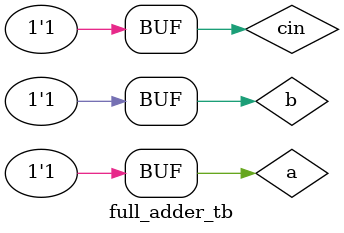
<source format=v>
`timescale 1ns/1ns
`include "exercise1b.v"

module full_adder_tb();
    reg cin, a, b;
    wire sum, cout;

    full_adder full_adder1(cin, a, b, sum, cout);
    initial begin
        $dumpfile("exercise1b_tb.vcd");
        $dumpvars(0, full_adder_tb);

        cin = 1'b0; a=1'b0; b=1'b0;
        #20;
        cin = 1'b0; a=1'b0; b=1'b1;
        #20
        cin = 1'b0; a=1'b1; b=1'b0;
        #20
        cin = 1'b0; a=1'b1; b=1'b1;
        #20
        cin = 1'b1; a=1'b0; b=1'b0;
        #20
        cin = 1'b1; a=1'b0; b=1'b1;
        #20
        cin = 1'b1; a=1'b1; b=1'b0;
        #20
        cin = 1'b1; a=1'b1; b=1'b1;
        #20

        $display("Test complete");
    end
endmodule
</source>
